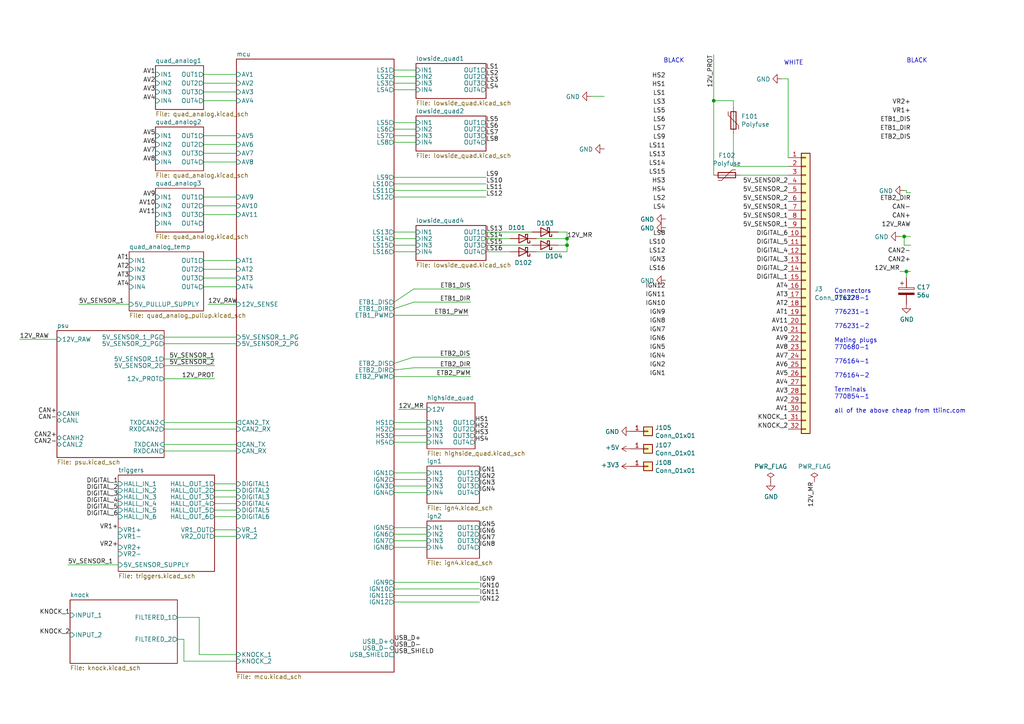
<source format=kicad_sch>
(kicad_sch (version 20211123) (generator eeschema)
  (paper "A4")
  (title_block (title "rusEfi Proteus") (date "2022-04-09") (rev "v0.7") (company "rusEFI") (comment 1 "github.com/mck1117/proteus") (comment 2 "rusefi.com/s/proteus"))
  (lib_symbols
    (symbol "Connector_Generic:Conn_01x01" (pin_names (offset 1.016) hide)
      (property "Reference" "J" (at 0 2.54 0))
      (property "Value" "Conn_01x01" (at 0 -2.54 0))
      (symbol "Conn_01x01_1_1"
        (rectangle (start -1.27 0.127) (end 0 -0.127) (stroke (width 0.1524)))
        (rectangle (start -1.27 1.27) (end 1.27 -1.27) (stroke (width 0.254)) (fill (type background)))
        (pin passive line (at -5.08 0 0) (length 3.81) (name "Pin_1") (number "1"))
      )
    )
    (symbol "Connector_Generic:Conn_01x16" (pin_names (offset 1.016) hide)
      (property "Reference" "J" (at 0 20.32 0))
      (property "Value" "Conn_01x16" (at 0 -22.86 0))
      (symbol "Conn_01x16_1_1"
        (rectangle (start -1.27 -20.193) (end 0 -20.447) (stroke (width 0.1524)))
        (rectangle (start -1.27 -17.653) (end 0 -17.907) (stroke (width 0.1524)))
        (rectangle (start -1.27 -15.113) (end 0 -15.367) (stroke (width 0.1524)))
        (rectangle (start -1.27 -12.573) (end 0 -12.827) (stroke (width 0.1524)))
        (rectangle (start -1.27 -10.033) (end 0 -10.287) (stroke (width 0.1524)))
        (rectangle (start -1.27 -7.493) (end 0 -7.747) (stroke (width 0.1524)))
        (rectangle (start -1.27 -4.953) (end 0 -5.207) (stroke (width 0.1524)))
        (rectangle (start -1.27 -2.413) (end 0 -2.667) (stroke (width 0.1524)))
        (rectangle (start -1.27 0.127) (end 0 -0.127) (stroke (width 0.1524)))
        (rectangle (start -1.27 2.667) (end 0 2.413) (stroke (width 0.1524)))
        (rectangle (start -1.27 5.207) (end 0 4.953) (stroke (width 0.1524)))
        (rectangle (start -1.27 7.747) (end 0 7.493) (stroke (width 0.1524)))
        (rectangle (start -1.27 10.287) (end 0 10.033) (stroke (width 0.1524)))
        (rectangle (start -1.27 12.827) (end 0 12.573) (stroke (width 0.1524)))
        (rectangle (start -1.27 15.367) (end 0 15.113) (stroke (width 0.1524)))
        (rectangle (start -1.27 17.907) (end 0 17.653) (stroke (width 0.1524)))
        (rectangle (start -1.27 19.05) (end 1.27 -21.59) (stroke (width 0.254)) (fill (type background)))
        (pin passive line (at -5.08 17.78 0) (length 3.81) (name "Pin_1") (number "1"))
        (pin passive line (at -5.08 -5.08 0) (length 3.81) (name "Pin_10") (number "10"))
        (pin passive line (at -5.08 -7.62 0) (length 3.81) (name "Pin_11") (number "11"))
        (pin passive line (at -5.08 -10.16 0) (length 3.81) (name "Pin_12") (number "12"))
        (pin passive line (at -5.08 -12.7 0) (length 3.81) (name "Pin_13") (number "13"))
        (pin passive line (at -5.08 -15.24 0) (length 3.81) (name "Pin_14") (number "14"))
        (pin passive line (at -5.08 -17.78 0) (length 3.81) (name "Pin_15") (number "15"))
        (pin passive line (at -5.08 -20.32 0) (length 3.81) (name "Pin_16") (number "16"))
        (pin passive line (at -5.08 15.24 0) (length 3.81) (name "Pin_2") (number "2"))
        (pin passive line (at -5.08 12.7 0) (length 3.81) (name "Pin_3") (number "3"))
        (pin passive line (at -5.08 10.16 0) (length 3.81) (name "Pin_4") (number "4"))
        (pin passive line (at -5.08 7.62 0) (length 3.81) (name "Pin_5") (number "5"))
        (pin passive line (at -5.08 5.08 0) (length 3.81) (name "Pin_6") (number "6"))
        (pin passive line (at -5.08 2.54 0) (length 3.81) (name "Pin_7") (number "7"))
        (pin passive line (at -5.08 0 0) (length 3.81) (name "Pin_8") (number "8"))
        (pin passive line (at -5.08 -2.54 0) (length 3.81) (name "Pin_9") (number "9"))
      )
    )
    (symbol "Connector_Generic:Conn_01x32" (pin_names (offset 1.016) hide)
      (property "Reference" "J" (at 0 40.64 0))
      (property "Value" "Conn_01x32" (at 0 -43.18 0))
      (symbol "Conn_01x32_1_1"
        (rectangle (start -1.27 -40.513) (end 0 -40.767) (stroke (width 0.1524)))
        (rectangle (start -1.27 -37.973) (end 0 -38.227) (stroke (width 0.1524)))
        (rectangle (start -1.27 -35.433) (end 0 -35.687) (stroke (width 0.1524)))
        (rectangle (start -1.27 -32.893) (end 0 -33.147) (stroke (width 0.1524)))
        (rectangle (start -1.27 -30.353) (end 0 -30.607) (stroke (width 0.1524)))
        (rectangle (start -1.27 -27.813) (end 0 -28.067) (stroke (width 0.1524)))
        (rectangle (start -1.27 -25.273) (end 0 -25.527) (stroke (width 0.1524)))
        (rectangle (start -1.27 -22.733) (end 0 -22.987) (stroke (width 0.1524)))
        (rectangle (start -1.27 -20.193) (end 0 -20.447) (stroke (width 0.1524)))
        (rectangle (start -1.27 -17.653) (end 0 -17.907) (stroke (width 0.1524)))
        (rectangle (start -1.27 -15.113) (end 0 -15.367) (stroke (width 0.1524)))
        (rectangle (start -1.27 -12.573) (end 0 -12.827) (stroke (width 0.1524)))
        (rectangle (start -1.27 -10.033) (end 0 -10.287) (stroke (width 0.1524)))
        (rectangle (start -1.27 -7.493) (end 0 -7.747) (stroke (width 0.1524)))
        (rectangle (start -1.27 -4.953) (end 0 -5.207) (stroke (width 0.1524)))
        (rectangle (start -1.27 -2.413) (end 0 -2.667) (stroke (width 0.1524)))
        (rectangle (start -1.27 0.127) (end 0 -0.127) (stroke (width 0.1524)))
        (rectangle (start -1.27 2.667) (end 0 2.413) (stroke (width 0.1524)))
        (rectangle (start -1.27 5.207) (end 0 4.953) (stroke (width 0.1524)))
        (rectangle (start -1.27 7.747) (end 0 7.493) (stroke (width 0.1524)))
        (rectangle (start -1.27 10.287) (end 0 10.033) (stroke (width 0.1524)))
        (rectangle (start -1.27 12.827) (end 0 12.573) (stroke (width 0.1524)))
        (rectangle (start -1.27 15.367) (end 0 15.113) (stroke (width 0.1524)))
        (rectangle (start -1.27 17.907) (end 0 17.653) (stroke (width 0.1524)))
        (rectangle (start -1.27 20.447) (end 0 20.193) (stroke (width 0.1524)))
        (rectangle (start -1.27 22.987) (end 0 22.733) (stroke (width 0.1524)))
        (rectangle (start -1.27 25.527) (end 0 25.273) (stroke (width 0.1524)))
        (rectangle (start -1.27 28.067) (end 0 27.813) (stroke (width 0.1524)))
        (rectangle (start -1.27 30.607) (end 0 30.353) (stroke (width 0.1524)))
        (rectangle (start -1.27 33.147) (end 0 32.893) (stroke (width 0.1524)))
        (rectangle (start -1.27 35.687) (end 0 35.433) (stroke (width 0.1524)))
        (rectangle (start -1.27 38.227) (end 0 37.973) (stroke (width 0.1524)))
        (rectangle (start -1.27 39.37) (end 1.27 -41.91) (stroke (width 0.254)) (fill (type background)))
        (pin passive line (at -5.08 38.1 0) (length 3.81) (name "Pin_1") (number "1"))
        (pin passive line (at -5.08 15.24 0) (length 3.81) (name "Pin_10") (number "10"))
        (pin passive line (at -5.08 12.7 0) (length 3.81) (name "Pin_11") (number "11"))
        (pin passive line (at -5.08 10.16 0) (length 3.81) (name "Pin_12") (number "12"))
        (pin passive line (at -5.08 7.62 0) (length 3.81) (name "Pin_13") (number "13"))
        (pin passive line (at -5.08 5.08 0) (length 3.81) (name "Pin_14") (number "14"))
        (pin passive line (at -5.08 2.54 0) (length 3.81) (name "Pin_15") (number "15"))
        (pin passive line (at -5.08 0 0) (length 3.81) (name "Pin_16") (number "16"))
        (pin passive line (at -5.08 -2.54 0) (length 3.81) (name "Pin_17") (number "17"))
        (pin passive line (at -5.08 -5.08 0) (length 3.81) (name "Pin_18") (number "18"))
        (pin passive line (at -5.08 -7.62 0) (length 3.81) (name "Pin_19") (number "19"))
        (pin passive line (at -5.08 35.56 0) (length 3.81) (name "Pin_2") (number "2"))
        (pin passive line (at -5.08 -10.16 0) (length 3.81) (name "Pin_20") (number "20"))
        (pin passive line (at -5.08 -12.7 0) (length 3.81) (name "Pin_21") (number "21"))
        (pin passive line (at -5.08 -15.24 0) (length 3.81) (name "Pin_22") (number "22"))
        (pin passive line (at -5.08 -17.78 0) (length 3.81) (name "Pin_23") (number "23"))
        (pin passive line (at -5.08 -20.32 0) (length 3.81) (name "Pin_24") (number "24"))
        (pin passive line (at -5.08 -22.86 0) (length 3.81) (name "Pin_25") (number "25"))
        (pin passive line (at -5.08 -25.4 0) (length 3.81) (name "Pin_26") (number "26"))
        (pin passive line (at -5.08 -27.94 0) (length 3.81) (name "Pin_27") (number "27"))
        (pin passive line (at -5.08 -30.48 0) (length 3.81) (name "Pin_28") (number "28"))
        (pin passive line (at -5.08 -33.02 0) (length 3.81) (name "Pin_29") (number "29"))
        (pin passive line (at -5.08 33.02 0) (length 3.81) (name "Pin_3") (number "3"))
        (pin passive line (at -5.08 -35.56 0) (length 3.81) (name "Pin_30") (number "30"))
        (pin passive line (at -5.08 -38.1 0) (length 3.81) (name "Pin_31") (number "31"))
        (pin passive line (at -5.08 -40.64 0) (length 3.81) (name "Pin_32") (number "32"))
        (pin passive line (at -5.08 30.48 0) (length 3.81) (name "Pin_4") (number "4"))
        (pin passive line (at -5.08 27.94 0) (length 3.81) (name "Pin_5") (number "5"))
        (pin passive line (at -5.08 25.4 0) (length 3.81) (name "Pin_6") (number "6"))
        (pin passive line (at -5.08 22.86 0) (length 3.81) (name "Pin_7") (number "7"))
        (pin passive line (at -5.08 20.32 0) (length 3.81) (name "Pin_8") (number "8"))
        (pin passive line (at -5.08 17.78 0) (length 3.81) (name "Pin_9") (number "9"))
      )
    )
    (symbol "Device:CP" (pin_numbers hide) (pin_names (offset 0.254))
      (property "Reference" "C" (at 0.635 2.54 0))
      (property "Value" "Device_CP" (at 0.635 -2.54 0))
      (symbol "CP_0_1"
        (rectangle (start -2.286 0.508) (end 2.286 1.016))
        (polyline (pts (xy -1.778 2.286) (xy -0.762 2.286)))
        (polyline (pts (xy -1.27 2.794) (xy -1.27 1.778)))
        (rectangle (start 2.286 -0.508) (end -2.286 -1.016) (fill (type outline)))
      )
      (symbol "CP_1_1"
        (pin passive line (at 0 3.81 270) (length 2.794) (name "~") (number "1"))
        (pin passive line (at 0 -3.81 90) (length 2.794) (name "~") (number "2"))
      )
    )
    (symbol "Device:D_Schottky" (pin_numbers hide) (pin_names (offset 1.016) hide)
      (property "Reference" "D" (at 0 2.54 0))
      (property "Value" "D_Schottky" (at 0 -2.54 0))
      (symbol "D_Schottky_0_1"
        (polyline (pts (xy 1.27 0) (xy -1.27 0)))
        (polyline (pts (xy 1.27 1.27) (xy 1.27 -1.27) (xy -1.27 0) (xy 1.27 1.27)) (stroke (width 0.254)))
        (polyline (pts (xy -1.905 0.635) (xy -1.905 1.27) (xy -1.27 1.27) (xy -1.27 -1.27) (xy -0.635 -1.27) (xy -0.635 -0.635)) (stroke (width 0.254)))
      )
      (symbol "D_Schottky_1_1"
        (pin passive line (at -3.81 0 0) (length 2.54) (name "K") (number "1"))
        (pin passive line (at 3.81 0 180) (length 2.54) (name "A") (number "2"))
      )
    )
    (symbol "Device:Polyfuse" (pin_numbers hide) (pin_names (offset 0))
      (property "Reference" "F" (at -2.54 0 90))
      (property "Value" "Polyfuse" (at 2.54 0 90))
      (symbol "Polyfuse_0_1"
        (rectangle (start -0.762 2.54) (end 0.762 -2.54) (stroke (width 0.254)))
        (polyline (pts (xy 0 2.54) (xy 0 -2.54)))
        (polyline (pts (xy -1.524 2.54) (xy -1.524 1.524) (xy 1.524 -1.524) (xy 1.524 -2.54)))
      )
      (symbol "Polyfuse_1_1"
        (pin passive line (at 0 3.81 270) (length 1.27) (name "~") (number "1"))
        (pin passive line (at 0 -3.81 90) (length 1.27) (name "~") (number "2"))
      )
    )
    (symbol "power:+3.3V" (power) (pin_names (offset 0))
      (property "Value" "+3.3V" (at 0 3.556 0))
      (symbol "+3.3V_0_1"
        (polyline (pts (xy -0.762 1.27) (xy 0 2.54)))
        (polyline (pts (xy 0 0) (xy 0 2.54)))
        (polyline (pts (xy 0 2.54) (xy 0.762 1.27)))
      )
      (symbol "+3.3V_1_1"
        (pin power_in line (at 0 0 90) (length 0) hide (name "+3V3") (number "1"))
      )
    )
    (symbol "power:+5V" (power) (pin_names (offset 0))
      (property "Value" "+5V" (at 0 3.556 0))
      (symbol "+5V_0_1"
        (polyline (pts (xy -0.762 1.27) (xy 0 2.54)))
        (polyline (pts (xy 0 0) (xy 0 2.54)))
        (polyline (pts (xy 0 2.54) (xy 0.762 1.27)))
      )
      (symbol "+5V_1_1"
        (pin power_in line (at 0 0 90) (length 0) hide (name "+5V") (number "1"))
      )
    )
    (symbol "power:GND" (power) (pin_names (offset 0))
      (property "Value" "GND" (at 0 -3.81 0))
      (symbol "GND_0_1"
        (polyline (pts (xy 0 0) (xy 0 -1.27) (xy 1.27 -1.27) (xy 0 -2.54) (xy -1.27 -1.27) (xy 0 -1.27)))
      )
      (symbol "GND_1_1"
        (pin power_in line (at 0 0 270) (length 0) hide (name "GND") (number "1"))
      )
    )
    (symbol "power:PWR_FLAG" (power) (pin_numbers hide) (pin_names (offset 0) hide)
      (property "Value" "PWR_FLAG" (at 0 3.81 0))
      (symbol "PWR_FLAG_0_0"
        (pin power_out line (at 0 0 90) (length 0) (name "pwr") (number "1"))
      )
      (symbol "PWR_FLAG_0_1"
        (polyline (pts (xy 0 0) (xy 0 1.27) (xy -1.016 1.905) (xy 0 2.54) (xy 1.016 1.905) (xy 0 1.27)))
      )
    )
  )
  (junction (at 164.465 69.215))
  (junction (at 164.465 71.12))
  (junction (at 262.89 78.74))
  (junction (at 207.01 29.21))
  (junction (at 262.255 68.58))
  (wire (pts (xy 62.23 144.145) (xy 68.58 144.145)))
  (wire (pts (xy 212.725 29.21) (xy 207.01 29.21)))
  (wire (pts (xy 114.3 168.91) (xy 139.065 168.91)))
  (wire (pts (xy 262.89 78.74) (xy 264.16 78.74)))
  (wire (pts (xy 62.23 106.045) (xy 47.625 106.045)))
  (wire (pts (xy 19.685 163.83) (xy 34.29 163.83)))
  (wire (pts (xy 47.625 124.46) (xy 68.58 124.46)))
  (wire (pts (xy 147.955 69.215) (xy 140.97 69.215)))
  (wire (pts (xy 164.465 69.215) (xy 164.465 67.31)))
  (wire (pts (xy 226.695 22.86) (xy 228.6 22.86)))
  (wire (pts (xy 123.825 142.875) (xy 114.3 142.875)))
  (wire (pts (xy 123.825 158.75) (xy 114.3 158.75)))
  (wire (pts (xy 114.3 35.56) (xy 120.65 35.56)))
  (wire (pts (xy 114.3 71.12) (xy 120.65 71.12)))
  (wire (pts (xy 114.3 128.27) (xy 123.825 128.27)))
  (wire (pts (xy 114.3 153.035) (xy 123.825 153.035)))
  (wire (pts (xy 260.985 78.74) (xy 262.89 78.74)))
  (wire (pts (xy 114.3 174.625) (xy 139.065 174.625)))
  (wire (pts (xy 140.97 67.31) (xy 154.305 67.31)))
  (wire (pts (xy 120.65 73.025) (xy 114.3 73.025)))
  (wire (pts (xy 62.23 147.955) (xy 68.58 147.955)))
  (wire (pts (xy 114.3 53.34) (xy 140.97 53.34)))
  (wire (pts (xy 140.97 71.12) (xy 154.305 71.12)))
  (wire (pts (xy 120.015 106.68) (xy 114.3 107.315)))
  (wire (pts (xy 115.57 118.745) (xy 123.825 118.745)))
  (wire (pts (xy 262.89 55.245) (xy 262.89 55.88)))
  (wire (pts (xy 114.3 67.31) (xy 120.65 67.31)))
  (wire (pts (xy 147.955 73.025) (xy 140.97 73.025)))
  (wire (pts (xy 164.465 67.31) (xy 161.925 67.31)))
  (wire (pts (xy 114.3 55.245) (xy 140.97 55.245)))
  (wire (pts (xy 214.63 50.8) (xy 228.6 50.8)))
  (wire (pts (xy 68.58 130.81) (xy 47.625 130.81)))
  (wire (pts (xy 171.45 27.94) (xy 175.26 27.94)))
  (wire (pts (xy 264.16 68.58) (xy 262.255 68.58)))
  (wire (pts (xy 120.65 41.275) (xy 114.3 41.275)))
  (wire (pts (xy 207.01 15.875) (xy 207.01 29.21)))
  (wire (pts (xy 68.58 29.21) (xy 59.055 29.21)))
  (wire (pts (xy 68.58 142.24) (xy 62.23 142.24)))
  (wire (pts (xy 114.3 91.44) (xy 135.89 91.44)))
  (wire (pts (xy 228.6 48.26) (xy 212.725 48.26)))
  (wire (pts (xy 114.3 20.32) (xy 120.65 20.32)))
  (wire (pts (xy 57.785 189.865) (xy 68.58 189.865)))
  (wire (pts (xy 114.3 109.22) (xy 136.525 109.22)))
  (wire (pts (xy 120.015 83.82) (xy 136.525 83.82)))
  (wire (pts (xy 68.58 59.69) (xy 59.055 59.69)))
  (wire (pts (xy 262.89 80.645) (xy 262.89 78.74)))
  (wire (pts (xy 59.055 57.15) (xy 68.58 57.15)))
  (wire (pts (xy 5.715 98.425) (xy 16.51 98.425)))
  (wire (pts (xy 161.925 71.12) (xy 164.465 71.12)))
  (wire (pts (xy 120.65 22.225) (xy 114.3 22.225)))
  (wire (pts (xy 62.23 140.335) (xy 68.58 140.335)))
  (wire (pts (xy 51.435 185.42) (xy 53.34 185.42)))
  (wire (pts (xy 123.825 140.97) (xy 114.3 140.97)))
  (wire (pts (xy 59.055 44.45) (xy 68.58 44.45)))
  (wire (pts (xy 47.625 97.79) (xy 68.58 97.79)))
  (wire (pts (xy 47.625 99.695) (xy 68.58 99.695)))
  (wire (pts (xy 47.625 109.855) (xy 62.23 109.855)))
  (wire (pts (xy 59.055 75.565) (xy 68.58 75.565)))
  (wire (pts (xy 53.34 185.42) (xy 53.34 191.77)))
  (wire (pts (xy 262.89 55.88) (xy 264.16 55.88)))
  (wire (pts (xy 59.055 39.37) (xy 68.58 39.37)))
  (wire (pts (xy 114.3 137.16) (xy 123.825 137.16)))
  (wire (pts (xy 120.65 69.215) (xy 114.3 69.215)))
  (wire (pts (xy 60.325 88.265) (xy 68.58 88.265)))
  (wire (pts (xy 212.725 31.115) (xy 212.725 29.21)))
  (wire (pts (xy 68.58 78.105) (xy 59.055 78.105)))
  (wire (pts (xy 62.23 153.67) (xy 68.58 153.67)))
  (wire (pts (xy 228.6 22.86) (xy 228.6 45.72)))
  (wire (pts (xy 114.3 39.37) (xy 120.65 39.37)))
  (wire (pts (xy 47.625 128.905) (xy 68.58 128.905)))
  (wire (pts (xy 59.055 80.645) (xy 68.58 80.645)))
  (wire (pts (xy 120.65 26.035) (xy 114.3 26.035)))
  (wire (pts (xy 120.015 83.82) (xy 114.3 87.63)))
  (wire (pts (xy 164.465 73.025) (xy 164.465 71.12)))
  (wire (pts (xy 123.825 126.365) (xy 114.3 126.365)))
  (wire (pts (xy 114.3 170.815) (xy 139.065 170.815)))
  (wire (pts (xy 262.255 71.12) (xy 264.16 71.12)))
  (wire (pts (xy 207.01 29.21) (xy 207.01 50.8)))
  (wire (pts (xy 53.34 191.77) (xy 68.58 191.77)))
  (wire (pts (xy 262.255 55.245) (xy 262.89 55.245)))
  (wire (pts (xy 59.055 62.23) (xy 68.58 62.23)))
  (wire (pts (xy 59.055 26.67) (xy 68.58 26.67)))
  (wire (pts (xy 120.015 87.63) (xy 136.525 87.63)))
  (wire (pts (xy 119.9173 103.5911) (xy 136.4273 103.5911)))
  (wire (pts (xy 68.58 146.05) (xy 62.23 146.05)))
  (wire (pts (xy 68.58 46.99) (xy 59.055 46.99)))
  (wire (pts (xy 47.625 104.14) (xy 62.23 104.14)))
  (wire (pts (xy 212.725 48.26) (xy 212.725 38.735)))
  (wire (pts (xy 155.575 73.025) (xy 164.465 73.025)))
  (wire (pts (xy 68.58 83.185) (xy 59.055 83.185)))
  (wire (pts (xy 68.58 24.13) (xy 59.055 24.13)))
  (wire (pts (xy 114.3 172.72) (xy 139.065 172.72)))
  (wire (pts (xy 260.985 68.58) (xy 262.255 68.58)))
  (wire (pts (xy 22.86 88.265) (xy 37.465 88.265)))
  (wire (pts (xy 62.23 149.86) (xy 68.58 149.86)))
  (wire (pts (xy 164.465 69.215) (xy 155.575 69.215)))
  (wire (pts (xy 114.3 57.15) (xy 140.97 57.15)))
  (wire (pts (xy 119.9173 103.5911) (xy 114.3 105.41)))
  (wire (pts (xy 47.625 122.555) (xy 68.58 122.555)))
  (wire (pts (xy 123.825 122.555) (xy 114.3 122.555)))
  (wire (pts (xy 51.435 179.07) (xy 57.785 179.07)))
  (wire (pts (xy 164.465 71.12) (xy 164.465 69.215)))
  (wire (pts (xy 120.015 87.63) (xy 114.3 89.535)))
  (wire (pts (xy 114.3 156.845) (xy 123.825 156.845)))
  (wire (pts (xy 114.3 51.435) (xy 140.97 51.435)))
  (wire (pts (xy 114.3 37.465) (xy 120.65 37.465)))
  (wire (pts (xy 59.055 21.59) (xy 68.58 21.59)))
  (wire (pts (xy 262.255 68.58) (xy 262.255 71.12)))
  (wire (pts (xy 114.3 139.065) (xy 123.825 139.065)))
  (wire (pts (xy 123.825 154.94) (xy 114.3 154.94)))
  (wire (pts (xy 120.015 106.68) (xy 136.525 106.68)))
  (wire (pts (xy 68.58 41.91) (xy 59.055 41.91)))
  (wire (pts (xy 57.785 179.07) (xy 57.785 189.865)))
  (wire (pts (xy 68.58 155.575) (xy 62.23 155.575)))
  (wire (pts (xy 114.3 124.46) (xy 123.825 124.46)))
  (wire (pts (xy 114.3 24.13) (xy 120.65 24.13)))
  (text "BLACK" (at 192.405 18.415 0) (effects (font (size 1.27 1.27)) (justify left bottom)))
  (text "Connectors\n776228-1\n\n776231-1\n\n776231-2\n\nMating plugs\n770680-1\n\n776164-1\n\n776164-2\n\nTerminals\n770854-1\n\nall of the above cheap from ttiinc.com" (at 241.935 120.015 0) (effects (font (size 1.27 1.27)) (justify left bottom)))
  (text "BLACK" (at 262.89 18.415 0) (effects (font (size 1.27 1.27)) (justify left bottom)))
  (text "WHITE" (at 227.33 19.05 0) (effects (font (size 1.27 1.27)) (justify left bottom)))
  (label "LS16" (at 140.97 73.025 0))
  (label "12V_RAW" (at 5.715 98.425 0))
  (label "DIGITAL_1" (at 228.6 81.28 180))
  (label "HS4" (at 137.795 128.27 0))
  (label "KNOCK_1" (at 228.6 121.92 180))
  (label "AV7" (at 228.6 104.14 180))
  (label "AT3" (at 37.465 80.645 180))
  (label "CAN2-" (at 264.16 73.66 180))
  (label "AV3" (at 228.6 114.3 180))
  (label "AV7" (at 45.085 44.45 180))
  (label "IGN10" (at 139.065 170.815 0))
  (label "ETB2_DIR" (at 264.16 58.42 180))
  (label "AV8" (at 228.6 101.6 180))
  (label "AV9" (at 228.6 99.06 180))
  (label "CAN-" (at 264.16 60.96 180))
  (label "DIGITAL_6" (at 34.29 149.86 180))
  (label "HS2" (at 193.04 22.86 180))
  (label "AV9" (at 45.085 57.15 180))
  (label "CAN2+" (at 16.51 127 180))
  (label "IGN11" (at 193.04 86.36 180))
  (label "AV11" (at 228.6 93.98 180))
  (label "AV1" (at 45.085 21.59 180))
  (label "AT1" (at 37.465 75.565 180))
  (label "DIGITAL_3" (at 228.6 76.2 180))
  (label "AT1" (at 228.6 91.44 180))
  (label "LS9" (at 193.04 40.64 180))
  (label "IGN8" (at 139.065 158.75 0))
  (label "AV4" (at 228.6 111.76 180))
  (label "5V_SENSOR_1" (at 228.6 60.96 180))
  (label "5V_SENSOR_1" (at 228.6 63.5 180))
  (label "LS1" (at 193.04 27.94 180))
  (label "ETB2_DIS" (at 264.16 40.64 180))
  (label "ETB2_DIR" (at 136.525 106.68 180))
  (label "VR2+" (at 34.29 158.75 180))
  (label "LS16" (at 193.04 78.74 180))
  (label "5V_SENSOR_2" (at 228.6 55.88 180))
  (label "ETB1_DIR" (at 264.16 38.1 180))
  (label "12V_MR" (at 236.22 139.7 270))
  (label "DIGITAL_1" (at 34.29 140.335 180))
  (label "LS5" (at 140.97 35.56 0))
  (label "LS7" (at 193.04 38.1 180))
  (label "IGN7" (at 139.065 156.845 0))
  (label "5V_SENSOR_1" (at 19.685 163.83 0))
  (label "IGN5" (at 193.04 101.6 180))
  (label "LS13" (at 193.04 45.72 180))
  (label "12V_PROT" (at 62.23 109.855 180))
  (label "AV2" (at 228.6 116.84 180))
  (label "LS7" (at 140.97 39.37 0))
  (label "DIGITAL_2" (at 228.6 78.74 180))
  (label "AV6" (at 228.6 106.68 180))
  (label "LS2" (at 193.04 58.42 180))
  (label "5V_SENSOR_2" (at 62.23 106.045 180))
  (label "IGN5" (at 139.065 153.035 0))
  (label "5V_SENSOR_1" (at 62.23 104.14 180))
  (label "IGN1" (at 139.065 137.16 0))
  (label "USB_D-" (at 114.3 187.96 0))
  (label "IGN4" (at 193.04 104.14 180))
  (label "IGN2" (at 139.065 139.065 0))
  (label "AT3" (at 228.6 86.36 180))
  (label "DIGITAL_5" (at 228.6 71.12 180))
  (label "KNOCK_2" (at 228.6 124.46 180))
  (label "CAN2-" (at 16.51 128.905 180))
  (label "AV2" (at 45.085 24.13 180))
  (label "12V_MR" (at 260.985 78.74 180))
  (label "USB_SHIELD" (at 114.3 189.865 0))
  (label "5V_SENSOR_1" (at 228.6 66.04 180))
  (label "DIGITAL_5" (at 34.29 147.955 180))
  (label "HS2" (at 137.795 124.46 0))
  (label "IGN10" (at 193.04 88.9 180))
  (label "AT2" (at 37.465 78.105 180))
  (label "LS4" (at 140.97 26.035 0))
  (label "12V_MR" (at 164.465 69.215 0))
  (label "LS3" (at 193.04 30.48 180))
  (label "LS4" (at 193.04 60.96 180))
  (label "LS11" (at 193.04 43.18 180))
  (label "LS8" (at 193.04 68.58 180))
  (label "CAN+" (at 264.16 63.5 180))
  (label "IGN6" (at 139.065 154.94 0))
  (label "LS15" (at 193.04 50.8 180))
  (label "HS1" (at 137.795 122.555 0))
  (label "LS8" (at 140.97 41.275 0))
  (label "IGN7" (at 193.04 96.52 180))
  (label "VR1+" (at 264.16 33.02 180))
  (label "AV1" (at 228.6 119.38 180))
  (label "DIGITAL_3" (at 34.29 144.145 180))
  (label "ETB2_DIS" (at 136.4273 103.5911 180))
  (label "LS2" (at 140.97 22.225 0))
  (label "12V_RAW" (at 264.16 66.04 180))
  (label "IGN1" (at 193.04 109.22 180))
  (label "AV11" (at 45.085 62.23 180))
  (label "AT2" (at 228.6 88.9 180))
  (label "IGN9" (at 193.04 91.44 180))
  (label "IGN3" (at 193.04 76.2 180))
  (label "LS3" (at 140.97 24.13 0))
  (label "IGN11" (at 139.065 172.72 0))
  (label "5V_SENSOR_2" (at 228.6 53.34 180))
  (label "LS15" (at 140.97 71.12 0))
  (label "USB_D+" (at 114.3 186.055 0))
  (label "KNOCK_2" (at 20.32 184.15 180))
  (label "AV8" (at 45.085 46.99 180))
  (label "AT4" (at 228.6 83.82 180))
  (label "LS1" (at 140.97 20.32 0))
  (label "AV10" (at 228.6 96.52 180))
  (label "IGN12" (at 193.04 83.82 180))
  (label "12V_RAW" (at 60.325 88.265 0))
  (label "LS12" (at 193.04 73.66 180))
  (label "AV5" (at 228.6 109.22 180))
  (label "IGN8" (at 193.04 93.98 180))
  (label "ETB1_DIS" (at 136.525 83.82 180))
  (label "IGN2" (at 193.04 106.68 180))
  (label "CAN2+" (at 264.16 76.2 180))
  (label "LS10" (at 140.97 53.34 0))
  (label "5V_SENSOR_2" (at 228.6 58.42 180))
  (label "LS6" (at 193.04 35.56 180))
  (label "12V_PROT" (at 207.01 25.4 90))
  (label "AT4" (at 37.465 83.185 180))
  (label "HS1" (at 193.04 25.4 180))
  (label "CAN-" (at 16.51 121.92 180))
  (label "12V_MR" (at 115.57 118.745 0))
  (label "LS10" (at 193.04 71.12 180))
  (label "ETB2_PWM" (at 136.525 109.22 180))
  (label "LS9" (at 140.97 51.435 0))
  (label "AV5" (at 45.085 39.37 180))
  (label "AV4" (at 45.085 29.21 180))
  (label "HS3" (at 137.795 126.365 0))
  (label "ETB1_DIS" (at 264.16 35.56 180))
  (label "IGN3" (at 139.065 140.97 0))
  (label "AV10" (at 45.085 59.69 180))
  (label "LS5" (at 193.04 33.02 180))
  (label "IGN9" (at 139.065 168.91 0))
  (label "HS3" (at 193.04 53.34 180))
  (label "LS12" (at 140.97 57.15 0))
  (label "CAN+" (at 16.51 120.015 180))
  (label "LS6" (at 140.97 37.465 0))
  (label "ETB1_PWM" (at 135.89 91.44 180))
  (label "AV6" (at 45.085 41.91 180))
  (label "VR2+" (at 264.16 30.48 180))
  (label "ETB1_DIR" (at 136.525 87.63 180))
  (label "LS14" (at 193.04 48.26 180))
  (label "DIGITAL_2" (at 34.29 142.24 180))
  (label "AV3" (at 45.085 26.67 180))
  (label "DIGITAL_6" (at 228.6 68.58 180))
  (label "LS14" (at 140.97 69.215 0))
  (label "HS4" (at 193.04 55.88 180))
  (label "VR1+" (at 34.29 153.67 180))
  (label "IGN12" (at 139.065 174.625 0))
  (label "5V_SENSOR_1" (at 22.86 88.265 0))
  (label "DIGITAL_4" (at 34.29 146.05 180))
  (label "LS13" (at 140.97 67.31 0))
  (label "IGN4" (at 139.065 142.875 0))
  (label "LS11" (at 140.97 55.245 0))
  (label "IGN6" (at 193.04 99.06 180))
  (label "KNOCK_1" (at 20.32 178.435 180))
  (label "DIGITAL_4" (at 228.6 73.66 180))
  (symbol (lib_id "power:GND") (at 260.985 68.58 270) (unit 1)
    (property "Reference" "#PWR0101" (effects hide))
    (property "Value" "GND" (at 257.7338 68.707 90) (effects (justify right)))
  )
  (symbol (lib_id "power:GND") (at 193.04 63.5 270) (unit 1)
    (property "Reference" "#PWR0140" (effects hide))
    (property "Value" "GND" (at 189.7888 63.627 90) (effects (justify right)))
  )
  (symbol (lib_id "power:GND") (at 193.04 66.04 270) (unit 1)
    (property "Reference" "#PWR0141" (effects hide))
    (property "Value" "GND" (at 189.7888 66.167 90) (effects (justify right)))
  )
  (symbol (lib_id "power:GND") (at 226.695 22.86 270) (unit 1)
    (property "Reference" "#PWR0142" (effects hide))
    (property "Value" "GND" (at 223.4438 22.987 90) (effects (justify right)))
  )
  (symbol (lib_id "power:GND") (at 193.04 81.28 270) (unit 1)
    (property "Reference" "#PWR0209" (effects hide))
    (property "Value" "GND" (at 189.7888 81.407 90) (effects (justify right)))
  )
  (symbol (lib_id "power:GND") (at 171.45 27.94 270) (unit 1)
    (property "Reference" "#PWR0112" (effects hide))
    (property "Value" "GND" (at 168.1988 28.067 90) (effects (justify right)))
  )
  (symbol (lib_id "Device:Polyfuse") (at 212.725 34.925 180) (unit 1)
    (property "Reference" "F101" (at 214.9602 33.7566 0) (effects (justify right)))
    (property "Value" "Polyfuse" (at 214.9602 36.068 0) (effects (justify right)))
    (property "Footprint" "Resistor_SMD:R_1206_3216Metric" (effects hide))
    (property "PN" "1206L012WR" (effects hide))
    (property "LCSC" "C207035" (effects hide))
    (property "LCSC_ext" "1" (effects hide))
  )
  (symbol (lib_id "Device:Polyfuse") (at 210.82 50.8 90) (unit 1)
    (property "Reference" "F102" (at 210.82 45.085 90))
    (property "Value" "Polyfuse" (at 210.82 47.3964 90))
    (property "Footprint" "Resistor_SMD:R_1206_3216Metric" (effects hide))
    (property "PN" "1206L012WR" (effects hide))
    (property "LCSC" "C207035" (effects hide))
    (property "LCSC_ext" "1" (effects hide))
  )
  (symbol (lib_id "Connector_Generic:Conn_01x01") (at 187.96 125.095 0) (unit 1)
    (property "Reference" "J105" (at 189.992 124.0282 0) (effects (justify left)))
    (property "Value" "Conn_01x01" (at 189.992 126.3396 0) (effects (justify left)))
    (property "Footprint" "TestPoint:TestPoint_Pad_D3.0mm" (effects hide))
    (property "LCSC" "N/A" (effects hide))
  )
  (symbol (lib_id "Connector_Generic:Conn_01x01") (at 187.96 130.175 0) (unit 1)
    (property "Reference" "J107" (at 189.992 129.1082 0) (effects (justify left)))
    (property "Value" "Conn_01x01" (at 189.992 131.4196 0) (effects (justify left)))
    (property "Footprint" "TestPoint:TestPoint_Pad_D3.0mm" (effects hide))
    (property "LCSC" "N/A" (effects hide))
  )
  (symbol (lib_id "Connector_Generic:Conn_01x01") (at 187.96 135.255 0) (unit 1)
    (property "Reference" "J108" (at 189.992 134.1882 0) (effects (justify left)))
    (property "Value" "Conn_01x01" (at 189.992 136.4996 0) (effects (justify left)))
    (property "Footprint" "TestPoint:TestPoint_Pad_D3.0mm" (effects hide))
    (property "LCSC" "N/A" (effects hide))
  )
  (symbol (lib_id "power:GND") (at 182.88 125.095 270) (unit 1)
    (property "Reference" "#PWR0248" (effects hide))
    (property "Value" "GND" (at 179.6288 125.222 90) (effects (justify right)))
  )
  (symbol (lib_id "power:+3.3V") (at 182.88 135.255 90) (unit 1)
    (property "Reference" "#PWR0249" (effects hide))
    (property "Value" "+3.3V" (at 179.6288 134.874 90) (effects (justify left)))
  )
  (symbol (lib_id "power:+5V") (at 182.88 130.175 90) (unit 1)
    (property "Reference" "#PWR0250" (effects hide))
    (property "Value" "+5V" (at 179.6288 129.794 90) (effects (justify left)))
  )
  (symbol (lib_id "power:PWR_FLAG") (at 236.22 139.7 0) (unit 1)
    (property "Reference" "#FLG0108" (effects hide))
    (property "Value" "PWR_FLAG" (at 236.22 135.3058 0))
  )
  (symbol (lib_id "power:GND") (at 223.52 139.7 0) (unit 1)
    (property "Reference" "#PWR0217" (effects hide))
    (property "Value" "GND" (at 223.647 144.0942 0))
  )
  (symbol (lib_id "power:PWR_FLAG") (at 223.52 139.7 0) (unit 1)
    (property "Reference" "#FLG0103" (effects hide))
    (property "Value" "PWR_FLAG" (at 223.52 135.3058 0))
  )
  (symbol (lib_id "power:GND") (at 175.26 43.18 270) (unit 1)
    (property "Reference" "#PWR0107" (effects hide))
    (property "Value" "GND" (at 172.0088 43.307 90) (effects (justify right)))
  )
  (symbol (lib_id "Device:D_Schottky") (at 151.765 73.025 180) (unit 1)
    (property "Reference" "D102" (at 151.765 76.2 0))
    (property "Value" "D_Schottky" (effects hide))
    (property "Footprint" "Diode_SMD:D_SMA" (effects hide))
    (property "LCSC" "C8678" (effects hide))
    (property "LCSC_ext" "0" (effects hide))
  )
  (symbol (lib_id "Device:D_Schottky") (at 158.115 71.12 180) (unit 1)
    (property "Reference" "D104" (at 160.655 74.295 0))
    (property "Value" "D_Schottky" (effects hide))
    (property "Footprint" "Diode_SMD:D_SMA" (effects hide))
    (property "LCSC" "C8678" (effects hide))
    (property "LCSC_ext" "0" (effects hide))
  )
  (symbol (lib_id "Device:D_Schottky") (at 151.765 69.215 180) (unit 1)
    (property "Reference" "D101" (at 149.86 66.04 0))
    (property "Value" "D_Schottky" (effects hide))
    (property "Footprint" "Diode_SMD:D_SMA" (effects hide))
    (property "LCSC" "C8678" (effects hide))
    (property "LCSC_ext" "0" (effects hide))
  )
  (symbol (lib_id "Device:D_Schottky") (at 158.115 67.31 180) (unit 1)
    (property "Reference" "D103" (at 158.115 64.77 0))
    (property "Value" "D_Schottky" (effects hide))
    (property "Footprint" "Diode_SMD:D_SMA" (effects hide))
    (property "LCSC" "C8678" (effects hide))
    (property "LCSC_ext" "0" (effects hide))
  )
  (symbol (lib_id "Device:CP") (at 262.89 84.455 0) (unit 1)
    (property "Reference" "C17" (at 265.8872 83.2866 0) (effects (justify left)))
    (property "Value" "56u" (at 265.8872 85.598 0) (effects (justify left)))
    (property "Footprint" "Capacitor_THT:CP_Radial_D8.0mm_P3.50mm" (effects hide))
    (property "LCSC" "N/A" (effects hide))
    (property "PN" "EEH-AZF1H560B" (effects hide))
  )
  (symbol (lib_id "power:GND") (at 262.89 88.265 0) (unit 1)
    (property "Reference" "#PWR0314" (effects hide))
    (property "Value" "GND" (at 263.017 92.6592 0))
  )
  (symbol (lib_id "power:GND") (at 262.255 55.245 270) (unit 1)
    (property "Reference" "#PWR0321" (effects hide))
    (property "Value" "GND" (at 259.0038 55.372 90) (effects (justify right)))
  )
  (symbol (lib_id "Connector_Generic:Conn_01x32") (at 334.01 60.96 0) (unit 1)
    (property "Reference" "J5" (at 336.55 60.9599 0) (effects (justify left)))
    (property "Value" "Conn_01x32" (at 336.55 63.4999 0) (effects (justify left)))
    (property "Footprint" "Connector_PinHeader_2.54mm:PinHeader_1x32_P2.54mm_Vertical" (effects hide))
  )
  (symbol (lib_id "Connector_Generic:Conn_01x32") (at 233.68 83.82 0) (unit 1)
    (property "Reference" "J3" (at 236.22 83.8199 0) (effects (justify left)))
    (property "Value" "Conn_01x32" (at 236.22 86.3599 0) (effects (justify left)))
    (property "Footprint" "Connector_PinHeader_2.54mm:PinHeader_1x32_P2.54mm_Vertical" (effects hide))
  )
  (symbol (lib_id "Connector_Generic:Conn_01x16") (at 375.92 41.91 0) (unit 1)
    (property "Reference" "J7" (at 378.46 41.9099 0) (effects (justify left)))
    (property "Value" "Conn_01x16" (at 378.46 44.4499 0) (effects (justify left)))
    (property "Footprint" "Connector_PinHeader_2.54mm:PinHeader_1x16_P2.54mm_Vertical" (effects hide))
  )
  (symbol (lib_id "Connector_Generic:Conn_01x16") (at 355.6 41.91 0) (unit 1)
    (property "Reference" "J6" (at 358.14 41.9099 0) (effects (justify left)))
    (property "Value" "Conn_01x16" (at 358.14 44.4499 0) (effects (justify left)))
    (property "Footprint" "Connector_PinHeader_2.54mm:PinHeader_1x16_P2.54mm_Vertical" (effects hide))
  )
  (sheet (at 123.825 135.2042) (size 15.24 10.795)
    (property "Sheet name" "ign1" (at 123.825 134.4926 0) (effects (justify left bottom)))
    (property "Sheet file" "ign4.kicad_sch" (at 123.825 146.5838 0) (effects (justify left top)))
    (pin "OUT1" output (at 139.065 137.16 0))
    (pin "OUT2" output (at 139.065 139.065 0))
    (pin "OUT3" output (at 139.065 140.97 0))
    (pin "OUT4" output (at 139.065 142.875 0))
    (pin "IN1" input (at 123.825 137.16 180))
    (pin "IN2" input (at 123.825 139.065 180))
    (pin "IN3" input (at 123.825 140.97 180))
    (pin "IN4" input (at 123.825 142.875 180))
  )
  (sheet (at 120.65 18.415) (size 20.32 10.16)
    (property "Sheet name" "lowside_quad1" (at 120.65 17.7034 0) (effects (justify left bottom)))
    (property "Sheet file" "lowside_quad.kicad_sch" (at 120.65 29.1596 0) (effects (justify left top)))
    (pin "OUT1" output (at 140.97 20.32 0))
    (pin "OUT2" output (at 140.97 22.225 0))
    (pin "IN1" input (at 120.65 20.32 180))
    (pin "IN2" input (at 120.65 22.225 180))
    (pin "OUT3" output (at 140.97 24.13 0))
    (pin "OUT4" output (at 140.97 26.035 0))
    (pin "IN3" input (at 120.65 24.13 180))
    (pin "IN4" input (at 120.65 26.035 180))
  )
  (sheet (at 123.825 151.13) (size 15.24 10.795)
    (property "Sheet name" "ign2" (at 123.825 150.4184 0) (effects (justify left bottom)))
    (property "Sheet file" "ign4.kicad_sch" (at 123.825 162.5096 0) (effects (justify left top)))
    (pin "OUT1" output (at 139.065 153.035 0))
    (pin "OUT2" output (at 139.065 154.94 0))
    (pin "OUT3" output (at 139.065 156.845 0))
    (pin "OUT4" output (at 139.065 158.75 0))
    (pin "IN1" input (at 123.825 153.035 180))
    (pin "IN2" input (at 123.825 154.94 180))
    (pin "IN3" input (at 123.825 156.845 180))
    (pin "IN4" input (at 123.825 158.75 180))
  )
  (sheet (at 68.58 17.145) (size 45.72 177.8)
    (property "Sheet name" "mcu" (at 68.58 16.4334 0) (effects (justify left bottom)))
    (property "Sheet file" "mcu.kicad_sch" (at 68.58 195.5296 0) (effects (justify left top)))
    (pin "LS1" output (at 114.3 20.32 0))
    (pin "LS2" output (at 114.3 22.225 0))
    (pin "LS3" output (at 114.3 24.13 0))
    (pin "LS4" output (at 114.3 26.035 0))
    (pin "LS5" output (at 114.3 35.56 0))
    (pin "LS6" output (at 114.3 37.465 0))
    (pin "LS7" output (at 114.3 39.37 0))
    (pin "LS8" output (at 114.3 41.275 0))
    (pin "LS9" output (at 114.3 51.435 0))
    (pin "LS10" output (at 114.3 53.34 0))
    (pin "LS11" output (at 114.3 55.245 0))
    (pin "LS13" output (at 114.3 67.31 0))
    (pin "LS12" output (at 114.3 57.15 0))
    (pin "LS14" output (at 114.3 69.215 0))
    (pin "LS15" output (at 114.3 71.12 0))
    (pin "LS16" output (at 114.3 73.025 0))
    (pin "AV1" input (at 68.58 21.59 180))
    (pin "AV2" input (at 68.58 24.13 180))
    (pin "AV3" input (at 68.58 26.67 180))
    (pin "AV4" input (at 68.58 29.21 180))
    (pin "AV5" input (at 68.58 39.37 180))
    (pin "AV6" input (at 68.58 41.91 180))
    (pin "AV7" input (at 68.58 44.45 180))
    (pin "AV8" input (at 68.58 46.99 180))
    (pin "AV9" input (at 68.58 57.15 180))
    (pin "AV10" input (at 68.58 59.69 180))
    (pin "AV11" input (at 68.58 62.23 180))
    (pin "AT1" input (at 68.58 75.565 180))
    (pin "AT2" input (at 68.58 78.105 180))
    (pin "AT3" input (at 68.58 80.645 180))
    (pin "AT4" input (at 68.58 83.185 180))
    (pin "5V_SENSOR_1_PG" input (at 68.58 97.79 180))
    (pin "5V_SENSOR_2_PG" input (at 68.58 99.695 180))
    (pin "ETB1_DIS" output (at 114.3 87.63 0))
    (pin "ETB1_DIR" output (at 114.3 89.535 0))
    (pin "ETB1_PWM" output (at 114.3 91.44 0))
    (pin "ETB2_DIS" output (at 114.3 105.41 0))
    (pin "ETB2_DIR" output (at 114.3 107.315 0))
    (pin "ETB2_PWM" output (at 114.3 109.22 0))
    (pin "HS1" output (at 114.3 122.555 0))
    (pin "HS2" output (at 114.3 124.46 0))
    (pin "HS3" output (at 114.3 126.365 0))
    (pin "HS4" output (at 114.3 128.27 0))
    (pin "12V_SENSE" input (at 68.58 88.265 180))
    (pin "CAN_TX" output (at 68.58 128.905 180))
    (pin "CAN_RX" input (at 68.58 130.81 180))
    (pin "DIGITAL1" input (at 68.58 140.335 180))
    (pin "DIGITAL2" input (at 68.58 142.24 180))
    (pin "DIGITAL3" input (at 68.58 144.145 180))
    (pin "DIGITAL4" input (at 68.58 146.05 180))
    (pin "DIGITAL5" input (at 68.58 147.955 180))
    (pin "DIGITAL6" input (at 68.58 149.86 180))
    (pin "IGN1" output (at 114.3 137.16 0))
    (pin "IGN2" output (at 114.3 139.065 0))
    (pin "IGN3" output (at 114.3 140.97 0))
    (pin "IGN4" output (at 114.3 142.875 0))
    (pin "IGN5" output (at 114.3 153.035 0))
    (pin "IGN6" output (at 114.3 154.94 0))
    (pin "IGN7" output (at 114.3 156.845 0))
    (pin "IGN8" output (at 114.3 158.75 0))
    (pin "IGN9" output (at 114.3 168.91 0))
    (pin "IGN10" output (at 114.3 170.815 0))
    (pin "IGN11" output (at 114.3 172.72 0))
    (pin "IGN12" output (at 114.3 174.625 0))
    (pin "USB_D-" bidirectional (at 114.3 187.96 0))
    (pin "USB_D+" bidirectional (at 114.3 186.055 0))
    (pin "USB_SHIELD" passive (at 114.3 189.865 0))
    (pin "KNOCK_1" input (at 68.58 189.865 180))
    (pin "KNOCK_2" input (at 68.58 191.77 180))
    (pin "CAN2_TX" output (at 68.58 122.555 180))
    (pin "CAN2_RX" input (at 68.58 124.46 180))
    (pin "VR_1" input (at 68.58 153.67 180))
    (pin "VR_2" input (at 68.58 155.575 180))
  )
  (sheet (at 120.65 33.655) (size 20.32 10.16)
    (property "Sheet name" "lowside_quad2" (at 120.65 32.9434 0) (effects (justify left bottom)))
    (property "Sheet file" "lowside_quad.kicad_sch" (at 120.65 44.3996 0) (effects (justify left top)))
    (pin "OUT1" output (at 140.97 35.56 0))
    (pin "OUT2" output (at 140.97 37.465 0))
    (pin "IN1" input (at 120.65 35.56 180))
    (pin "IN2" input (at 120.65 37.465 180))
    (pin "OUT3" output (at 140.97 39.37 0))
    (pin "OUT4" output (at 140.97 41.275 0))
    (pin "IN3" input (at 120.65 39.37 180))
    (pin "IN4" input (at 120.65 41.275 180))
  )
  (sheet (at 120.65 65.405) (size 20.32 10.16)
    (property "Sheet name" "lowside_quad4" (at 120.65 64.6934 0) (effects (justify left bottom)))
    (property "Sheet file" "lowside_quad.kicad_sch" (at 120.65 76.1496 0) (effects (justify left top)))
    (pin "OUT1" output (at 140.97 67.31 0))
    (pin "OUT2" output (at 140.97 69.215 0))
    (pin "IN1" input (at 120.65 67.31 180))
    (pin "IN2" input (at 120.65 69.215 180))
    (pin "OUT3" output (at 140.97 71.12 0))
    (pin "OUT4" output (at 140.97 73.025 0))
    (pin "IN3" input (at 120.65 71.12 180))
    (pin "IN4" input (at 120.65 73.025 180))
  )
  (sheet (at 45.085 19.05) (size 13.97 12.7)
    (property "Sheet name" "quad_analog1" (at 45.085 18.3384 0) (effects (justify left bottom)))
    (property "Sheet file" "quad_analog.kicad_sch" (at 45.085 32.3346 0) (effects (justify left top)))
    (pin "IN1" input (at 45.085 21.59 180))
    (pin "IN2" input (at 45.085 24.13 180))
    (pin "IN3" input (at 45.085 26.67 180))
    (pin "IN4" input (at 45.085 29.21 180))
    (pin "OUT1" output (at 59.055 21.59 0))
    (pin "OUT2" output (at 59.055 24.13 0))
    (pin "OUT3" output (at 59.055 26.67 0))
    (pin "OUT4" output (at 59.055 29.21 0))
  )
  (sheet (at 45.085 36.83) (size 13.97 12.7)
    (property "Sheet name" "quad_analog2" (at 45.085 36.1184 0) (effects (justify left bottom)))
    (property "Sheet file" "quad_analog.kicad_sch" (at 45.085 50.1146 0) (effects (justify left top)))
    (pin "IN1" input (at 45.085 39.37 180))
    (pin "IN2" input (at 45.085 41.91 180))
    (pin "IN3" input (at 45.085 44.45 180))
    (pin "IN4" input (at 45.085 46.99 180))
    (pin "OUT1" output (at 59.055 39.37 0))
    (pin "OUT2" output (at 59.055 41.91 0))
    (pin "OUT3" output (at 59.055 44.45 0))
    (pin "OUT4" output (at 59.055 46.99 0))
  )
  (sheet (at 45.085 54.61) (size 13.97 12.7)
    (property "Sheet name" "quad_analog3" (at 45.085 53.8984 0) (effects (justify left bottom)))
    (property "Sheet file" "quad_analog.kicad_sch" (at 45.085 67.8946 0) (effects (justify left top)))
    (pin "IN1" input (at 45.085 57.15 180))
    (pin "IN2" input (at 45.085 59.69 180))
    (pin "IN3" input (at 45.085 62.23 180))
    (pin "IN4" input (at 45.085 64.77 180))
    (pin "OUT1" output (at 59.055 57.15 0))
    (pin "OUT2" output (at 59.055 59.69 0))
    (pin "OUT3" output (at 59.055 62.23 0))
    (pin "OUT4" output (at 59.055 64.77 0))
  )
  (sheet (at 16.51 95.885) (size 31.115 36.83)
    (property "Sheet name" "psu" (at 16.51 95.1734 0) (effects (justify left bottom)))
    (property "Sheet file" "psu.kicad_sch" (at 16.51 133.2996 0) (effects (justify left top)))
    (pin "12V_RAW" input (at 16.51 98.425 180))
    (pin "5V_SENSOR_1" output (at 47.625 104.14 0))
    (pin "5V_SENSOR_1_PG" output (at 47.625 97.79 0))
    (pin "5V_SENSOR_2" output (at 47.625 106.045 0))
    (pin "5V_SENSOR_2_PG" output (at 47.625 99.695 0))
    (pin "CANH" bidirectional (at 16.51 120.015 180))
    (pin "CANL" bidirectional (at 16.51 121.92 180))
    (pin "TXDCAN" input (at 47.625 128.905 0))
    (pin "RXDCAN" output (at 47.625 130.81 0))
    (pin "12v_PROT" output (at 47.625 109.855 0))
    (pin "TXDCAN2" input (at 47.625 122.555 0))
    (pin "RXDCAN2" output (at 47.625 124.46 0))
    (pin "CANH2" bidirectional (at 16.51 127 180))
    (pin "CANL2" bidirectional (at 16.51 128.905 180))
  )
  (sheet (at 37.465 73.025) (size 21.59 17.145)
    (property "Sheet name" "quad_analog_temp" (at 37.465 72.3134 0) (effects (justify left bottom)))
    (property "Sheet file" "quad_analog_pullup.kicad_sch" (at 37.465 90.7546 0) (effects (justify left top)))
    (pin "IN1" input (at 37.465 75.565 180))
    (pin "IN2" input (at 37.465 78.105 180))
    (pin "IN3" input (at 37.465 80.645 180))
    (pin "IN4" input (at 37.465 83.185 180))
    (pin "OUT1" output (at 59.055 75.565 0))
    (pin "OUT2" output (at 59.055 78.105 0))
    (pin "OUT3" output (at 59.055 80.645 0))
    (pin "OUT4" output (at 59.055 83.185 0))
    (pin "5V_PULLUP_SUPPLY" input (at 37.465 88.265 180))
  )
  (sheet (at 123.825 116.84) (size 13.97 13.335)
    (property "Sheet name" "highside_quad" (at 123.825 116.1284 0) (effects (justify left bottom)))
    (property "Sheet file" "highside_quad.kicad_sch" (at 123.825 130.7596 0) (effects (justify left top)))
    (pin "12V" input (at 123.825 118.745 180))
    (pin "OUT1" output (at 137.795 122.555 0))
    (pin "OUT2" output (at 137.795 124.46 0))
    (pin "OUT3" output (at 137.795 126.365 0))
    (pin "OUT4" output (at 137.795 128.27 0))
    (pin "IN1" input (at 123.825 122.555 180))
    (pin "IN2" input (at 123.825 124.46 180))
    (pin "IN3" input (at 123.825 126.365 180))
    (pin "IN4" input (at 123.825 128.27 180))
  )
  (sheet (at 34.29 137.795) (size 27.94 27.94)
    (property "Sheet name" "triggers" (at 34.29 137.0834 0) (effects (justify left bottom)))
    (property "Sheet file" "triggers.kicad_sch" (at 34.29 166.3196 0) (effects (justify left top)))
    (pin "HALL_IN_1" input (at 34.29 140.335 180))
    (pin "5V_SENSOR_SUPPLY" input (at 34.29 163.83 180))
    (pin "HALL_OUT_1" output (at 62.23 140.335 0))
    (pin "HALL_IN_2" input (at 34.29 142.24 180))
    (pin "HALL_OUT_2" output (at 62.23 142.24 0))
    (pin "HALL_IN_3" input (at 34.29 144.145 180))
    (pin "HALL_OUT_3" output (at 62.23 144.145 0))
    (pin "HALL_IN_4" input (at 34.29 146.05 180))
    (pin "HALL_OUT_4" output (at 62.23 146.05 0))
    (pin "VR1+" input (at 34.29 153.67 180))
    (pin "VR1-" input (at 34.29 155.575 180))
    (pin "VR2+" input (at 34.29 158.75 180))
    (pin "VR2-" input (at 34.29 160.655 180))
    (pin "VR1_OUT" output (at 62.23 153.67 0))
    (pin "VR2_OUT" output (at 62.23 155.575 0))
    (pin "HALL_IN_5" input (at 34.29 147.955 180))
    (pin "HALL_IN_6" input (at 34.29 149.86 180))
    (pin "HALL_OUT_5" output (at 62.23 147.955 0))
    (pin "HALL_OUT_6" output (at 62.23 149.86 0))
  )
  (sheet (at 20.32 173.99) (size 31.115 18.415)
    (property "Sheet name" "knock" (at 20.32 173.2784 0) (effects (justify left bottom)))
    (property "Sheet file" "knock.kicad_sch" (at 20.32 192.9896 0) (effects (justify left top)))
    (pin "FILTERED_1" output (at 51.435 179.07 0))
    (pin "INPUT_1" input (at 20.32 178.435 180))
    (pin "FILTERED_2" output (at 51.435 185.42 0))
    (pin "INPUT_2" input (at 20.32 184.15 180))
  )
)
</source>
